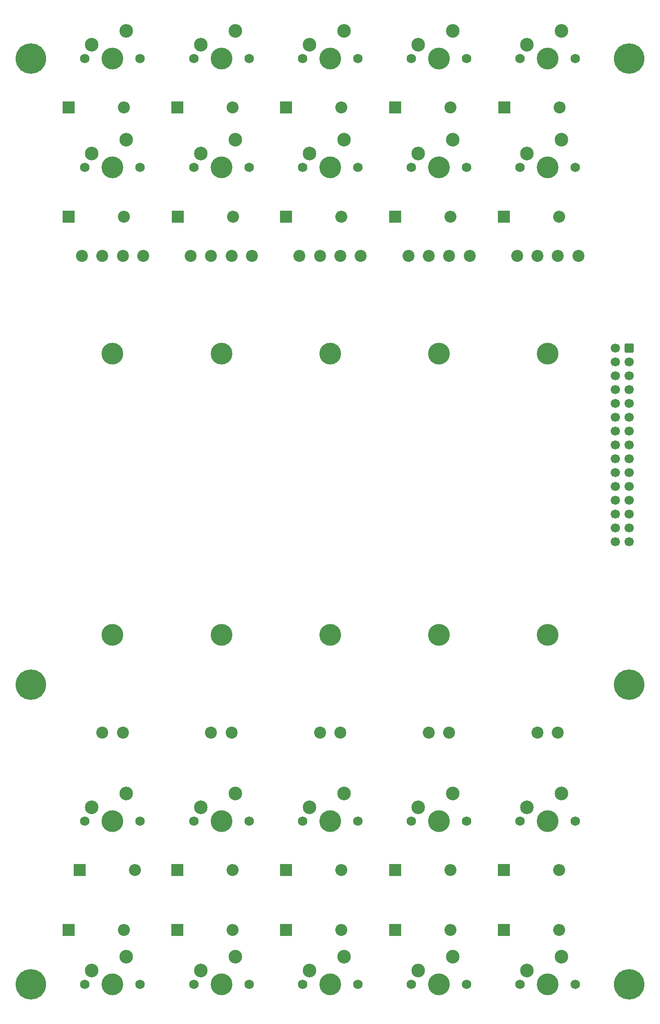
<source format=gbr>
%TF.GenerationSoftware,KiCad,Pcbnew,(6.0.4)*%
%TF.CreationDate,2023-01-30T21:52:44+01:00*%
%TF.ProjectId,Fader_Board,46616465-725f-4426-9f61-72642e6b6963,rev?*%
%TF.SameCoordinates,Original*%
%TF.FileFunction,Soldermask,Bot*%
%TF.FilePolarity,Negative*%
%FSLAX46Y46*%
G04 Gerber Fmt 4.6, Leading zero omitted, Abs format (unit mm)*
G04 Created by KiCad (PCBNEW (6.0.4)) date 2023-01-30 21:52:44*
%MOMM*%
%LPD*%
G01*
G04 APERTURE LIST*
G04 Aperture macros list*
%AMRoundRect*
0 Rectangle with rounded corners*
0 $1 Rounding radius*
0 $2 $3 $4 $5 $6 $7 $8 $9 X,Y pos of 4 corners*
0 Add a 4 corners polygon primitive as box body*
4,1,4,$2,$3,$4,$5,$6,$7,$8,$9,$2,$3,0*
0 Add four circle primitives for the rounded corners*
1,1,$1+$1,$2,$3*
1,1,$1+$1,$4,$5*
1,1,$1+$1,$6,$7*
1,1,$1+$1,$8,$9*
0 Add four rect primitives between the rounded corners*
20,1,$1+$1,$2,$3,$4,$5,0*
20,1,$1+$1,$4,$5,$6,$7,0*
20,1,$1+$1,$6,$7,$8,$9,0*
20,1,$1+$1,$8,$9,$2,$3,0*%
G04 Aperture macros list end*
%ADD10C,2.200000*%
%ADD11C,4.000000*%
%ADD12C,5.600000*%
%ADD13O,2.200000X2.200000*%
%ADD14R,2.200000X2.200000*%
%ADD15C,1.750000*%
%ADD16C,2.500000*%
%ADD17RoundRect,0.250000X0.600000X0.600000X-0.600000X0.600000X-0.600000X-0.600000X0.600000X-0.600000X0*%
%ADD18C,1.700000*%
G04 APERTURE END LIST*
D10*
%TO.C,RV5*%
X138120000Y-56250000D03*
X134370000Y-56250000D03*
X138120000Y-143750000D03*
X141880000Y-56250000D03*
X145630000Y-56250000D03*
X141880000Y-143750000D03*
D11*
X140000000Y-74150000D03*
X140000000Y-125850000D03*
%TD*%
D10*
%TO.C,RV4*%
X118120000Y-56250000D03*
X114370000Y-56250000D03*
X118120000Y-143750000D03*
X121880000Y-56250000D03*
X125630000Y-56250000D03*
X121880000Y-143750000D03*
D11*
X120000000Y-74150000D03*
X120000000Y-125850000D03*
%TD*%
D10*
%TO.C,RV3*%
X98120000Y-56250000D03*
X94370000Y-56250000D03*
X98120000Y-143750000D03*
X101880000Y-56250000D03*
X105630000Y-56250000D03*
X101880000Y-143750000D03*
D11*
X100000000Y-74150000D03*
X100000000Y-125850000D03*
%TD*%
D10*
%TO.C,RV2*%
X78120000Y-56250000D03*
X74370000Y-56250000D03*
X78120000Y-143750000D03*
X81880000Y-56250000D03*
X85630000Y-56250000D03*
X81880000Y-143750000D03*
D11*
X80000000Y-74150000D03*
X80000000Y-125850000D03*
%TD*%
%TO.C,RV1*%
X60000000Y-125850000D03*
X60000000Y-74150000D03*
D10*
X61880000Y-143750000D03*
X65630000Y-56250000D03*
X61880000Y-56250000D03*
X58120000Y-143750000D03*
X54370000Y-56250000D03*
X58120000Y-56250000D03*
%TD*%
D12*
%TO.C,H6*%
X45000000Y-190000000D03*
%TD*%
%TO.C,H5*%
X155000000Y-190000000D03*
%TD*%
%TO.C,H4*%
X45000000Y-20000000D03*
%TD*%
%TO.C,H3*%
X155000000Y-135000000D03*
%TD*%
%TO.C,H2*%
X155000000Y-20000000D03*
%TD*%
%TO.C,H1*%
X45000000Y-135000000D03*
%TD*%
D13*
%TO.C,D14*%
X122080000Y-49000000D03*
D14*
X111920000Y-49000000D03*
%TD*%
D15*
%TO.C,SW2*%
X54920000Y-40000000D03*
X65080000Y-40000000D03*
D11*
X60000000Y-40000000D03*
D16*
X56190000Y-37460000D03*
X62540000Y-34920000D03*
%TD*%
D13*
%TO.C,D20*%
X142080000Y-180000000D03*
D14*
X131920000Y-180000000D03*
%TD*%
D13*
%TO.C,D19*%
X142080000Y-169000000D03*
D14*
X131920000Y-169000000D03*
%TD*%
D11*
%TO.C,SW7*%
X80000000Y-160000000D03*
D15*
X74920000Y-160000000D03*
X85080000Y-160000000D03*
D16*
X76190000Y-157460000D03*
X82540000Y-154920000D03*
%TD*%
D15*
%TO.C,SW16*%
X114920000Y-190000000D03*
D11*
X120000000Y-190000000D03*
D15*
X125080000Y-190000000D03*
D16*
X116190000Y-187460000D03*
X122540000Y-184920000D03*
%TD*%
D11*
%TO.C,SW5*%
X80000000Y-20000000D03*
D15*
X85080000Y-20000000D03*
X74920000Y-20000000D03*
D16*
X76190000Y-17460000D03*
X82540000Y-14920000D03*
%TD*%
D13*
%TO.C,D17*%
X142160000Y-29000000D03*
D14*
X132000000Y-29000000D03*
%TD*%
D13*
%TO.C,D10*%
X102080000Y-49000000D03*
D14*
X91920000Y-49000000D03*
%TD*%
D13*
%TO.C,D12*%
X102080000Y-180000000D03*
D14*
X91920000Y-180000000D03*
%TD*%
D11*
%TO.C,SW11*%
X100000000Y-160000000D03*
D15*
X105080000Y-160000000D03*
X94920000Y-160000000D03*
D16*
X96190000Y-157460000D03*
X102540000Y-154920000D03*
%TD*%
D13*
%TO.C,D4*%
X62080000Y-180000000D03*
D14*
X51920000Y-180000000D03*
%TD*%
D15*
%TO.C,SW8*%
X74920000Y-190000000D03*
D11*
X80000000Y-190000000D03*
D15*
X85080000Y-190000000D03*
D16*
X76190000Y-187460000D03*
X82540000Y-184920000D03*
%TD*%
D15*
%TO.C,SW14*%
X114920000Y-40000000D03*
X125080000Y-40000000D03*
D11*
X120000000Y-40000000D03*
D16*
X116190000Y-37460000D03*
X122540000Y-34920000D03*
%TD*%
D13*
%TO.C,D3*%
X64080000Y-169000000D03*
D14*
X53920000Y-169000000D03*
%TD*%
D13*
%TO.C,D13*%
X122080000Y-29000000D03*
D14*
X111920000Y-29000000D03*
%TD*%
D15*
%TO.C,SW10*%
X94920000Y-40000000D03*
D11*
X100000000Y-40000000D03*
D15*
X105080000Y-40000000D03*
D16*
X96190000Y-37460000D03*
X102540000Y-34920000D03*
%TD*%
D13*
%TO.C,D8*%
X82080000Y-180000000D03*
D14*
X71920000Y-180000000D03*
%TD*%
D15*
%TO.C,SW6*%
X85080000Y-40000000D03*
D11*
X80000000Y-40000000D03*
D15*
X74920000Y-40000000D03*
D16*
X76190000Y-37460000D03*
X82540000Y-34920000D03*
%TD*%
D11*
%TO.C,SW1*%
X60000000Y-20000000D03*
D15*
X65080000Y-20000000D03*
X54920000Y-20000000D03*
D16*
X56190000Y-17460000D03*
X62540000Y-14920000D03*
%TD*%
D13*
%TO.C,D1*%
X62080000Y-29000000D03*
D14*
X51920000Y-29000000D03*
%TD*%
D15*
%TO.C,SW20*%
X145080000Y-190000000D03*
D11*
X140000000Y-190000000D03*
D15*
X134920000Y-190000000D03*
D16*
X136190000Y-187460000D03*
X142540000Y-184920000D03*
%TD*%
D15*
%TO.C,SW18*%
X134920000Y-40000000D03*
D11*
X140000000Y-40000000D03*
D15*
X145080000Y-40000000D03*
D16*
X136190000Y-37460000D03*
X142540000Y-34920000D03*
%TD*%
D15*
%TO.C,SW9*%
X105080000Y-20000000D03*
X94920000Y-20000000D03*
D11*
X100000000Y-20000000D03*
D16*
X96190000Y-17460000D03*
X102540000Y-14920000D03*
%TD*%
D13*
%TO.C,D18*%
X142080000Y-49000000D03*
D14*
X131920000Y-49000000D03*
%TD*%
D11*
%TO.C,SW13*%
X120000000Y-20000000D03*
D15*
X125080000Y-20000000D03*
X114920000Y-20000000D03*
D16*
X116190000Y-17460000D03*
X122540000Y-14920000D03*
%TD*%
D13*
%TO.C,D7*%
X82080000Y-169000000D03*
D14*
X71920000Y-169000000D03*
%TD*%
D15*
%TO.C,SW17*%
X145080000Y-20000000D03*
X134920000Y-20000000D03*
D11*
X140000000Y-20000000D03*
D16*
X136190000Y-17460000D03*
X142540000Y-14920000D03*
%TD*%
D13*
%TO.C,D2*%
X62080000Y-49000000D03*
D14*
X51920000Y-49000000D03*
%TD*%
D13*
%TO.C,D9*%
X102080000Y-29000000D03*
D14*
X91920000Y-29000000D03*
%TD*%
D15*
%TO.C,SW19*%
X145080000Y-160000000D03*
D11*
X140000000Y-160000000D03*
D15*
X134920000Y-160000000D03*
D16*
X136190000Y-157460000D03*
X142540000Y-154920000D03*
%TD*%
D13*
%TO.C,D6*%
X82160000Y-49000000D03*
D14*
X72000000Y-49000000D03*
%TD*%
D13*
%TO.C,D15*%
X122080000Y-169000000D03*
D14*
X111920000Y-169000000D03*
%TD*%
D13*
%TO.C,D16*%
X122080000Y-180000000D03*
D14*
X111920000Y-180000000D03*
%TD*%
D15*
%TO.C,SW3*%
X54920000Y-160000000D03*
D11*
X60000000Y-160000000D03*
D15*
X65080000Y-160000000D03*
D16*
X56190000Y-157460000D03*
X62540000Y-154920000D03*
%TD*%
D15*
%TO.C,SW15*%
X125080000Y-160000000D03*
X114920000Y-160000000D03*
D11*
X120000000Y-160000000D03*
D16*
X116190000Y-157460000D03*
X122540000Y-154920000D03*
%TD*%
D13*
%TO.C,D5*%
X82080000Y-29000000D03*
D14*
X71920000Y-29000000D03*
%TD*%
D11*
%TO.C,SW12*%
X100000000Y-190000000D03*
D15*
X94920000Y-190000000D03*
X105080000Y-190000000D03*
D16*
X96190000Y-187460000D03*
X102540000Y-184920000D03*
%TD*%
D13*
%TO.C,D11*%
X102080000Y-169000000D03*
D14*
X91920000Y-169000000D03*
%TD*%
D15*
%TO.C,SW4*%
X54920000Y-190000000D03*
D11*
X60000000Y-190000000D03*
D15*
X65080000Y-190000000D03*
D16*
X56190000Y-187460000D03*
X62540000Y-184920000D03*
%TD*%
D17*
%TO.C,J1*%
X155000000Y-73140000D03*
D18*
X152460000Y-73140000D03*
X155000000Y-75680000D03*
X152460000Y-75680000D03*
X155000000Y-78220000D03*
X152460000Y-78220000D03*
X155000000Y-80760000D03*
X152460000Y-80760000D03*
X155000000Y-83300000D03*
X152460000Y-83300000D03*
X155000000Y-85840000D03*
X152460000Y-85840000D03*
X155000000Y-88380000D03*
X152460000Y-88380000D03*
X155000000Y-90920000D03*
X152460000Y-90920000D03*
X155000000Y-93460000D03*
X152460000Y-93460000D03*
X155000000Y-96000000D03*
X152460000Y-96000000D03*
X155000000Y-98540000D03*
X152460000Y-98540000D03*
X155000000Y-101080000D03*
X152460000Y-101080000D03*
X155000000Y-103620000D03*
X152460000Y-103620000D03*
X155000000Y-106160000D03*
X152460000Y-106160000D03*
X155000000Y-108700000D03*
X152460000Y-108700000D03*
%TD*%
M02*

</source>
